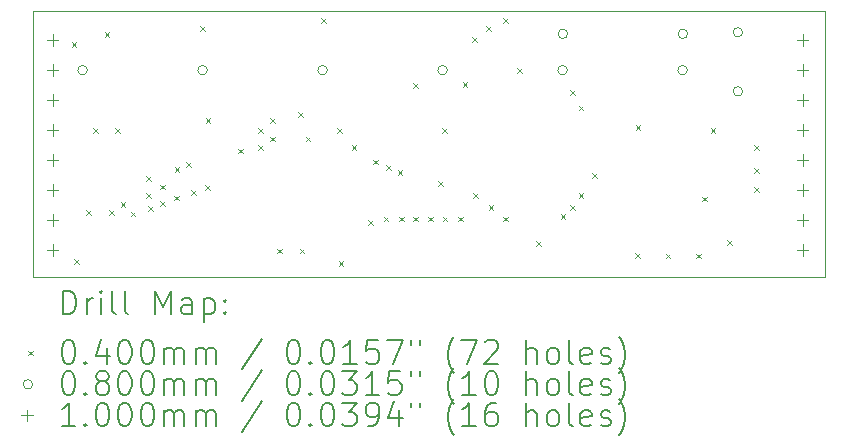
<source format=gbr>
%TF.GenerationSoftware,KiCad,Pcbnew,6.0.10-86aedd382b~118~ubuntu20.04.1*%
%TF.CreationDate,2022-12-28T18:14:15+00:00*%
%TF.ProjectId,slrm,736c726d-2e6b-4696-9361-645f70636258,rev?*%
%TF.SameCoordinates,Original*%
%TF.FileFunction,Drillmap*%
%TF.FilePolarity,Positive*%
%FSLAX45Y45*%
G04 Gerber Fmt 4.5, Leading zero omitted, Abs format (unit mm)*
G04 Created by KiCad (PCBNEW 6.0.10-86aedd382b~118~ubuntu20.04.1) date 2022-12-28 18:14:15*
%MOMM*%
%LPD*%
G01*
G04 APERTURE LIST*
%ADD10C,0.100000*%
%ADD11C,0.200000*%
%ADD12C,0.040000*%
%ADD13C,0.080000*%
G04 APERTURE END LIST*
D10*
X11773569Y-8392145D02*
X18478802Y-8392145D01*
X18478802Y-8392145D02*
X18478802Y-10640810D01*
X18478802Y-10640810D02*
X11773569Y-10640810D01*
X11773569Y-10640810D02*
X11773569Y-8392145D01*
D11*
D12*
X12099550Y-8650000D02*
X12139550Y-8690000D01*
X12139550Y-8650000D02*
X12099550Y-8690000D01*
X12120000Y-10490000D02*
X12160000Y-10530000D01*
X12160000Y-10490000D02*
X12120000Y-10530000D01*
X12220260Y-10077350D02*
X12260260Y-10117350D01*
X12260260Y-10077350D02*
X12220260Y-10117350D01*
X12280000Y-9378000D02*
X12320000Y-9418000D01*
X12320000Y-9378000D02*
X12280000Y-9418000D01*
X12380000Y-8570000D02*
X12420000Y-8610000D01*
X12420000Y-8570000D02*
X12380000Y-8610000D01*
X12418380Y-10077350D02*
X12458380Y-10117350D01*
X12458380Y-10077350D02*
X12418380Y-10117350D01*
X12470000Y-9378000D02*
X12510000Y-9418000D01*
X12510000Y-9378000D02*
X12470000Y-9418000D01*
X12514506Y-10004900D02*
X12554506Y-10044900D01*
X12554506Y-10004900D02*
X12514506Y-10044900D01*
X12600000Y-10087550D02*
X12640000Y-10127550D01*
X12640000Y-10087550D02*
X12600000Y-10127550D01*
X12728260Y-9787550D02*
X12768260Y-9827550D01*
X12768260Y-9787550D02*
X12728260Y-9827550D01*
X12730000Y-9932450D02*
X12770000Y-9972450D01*
X12770000Y-9932450D02*
X12730000Y-9972450D01*
X12750000Y-10042550D02*
X12790000Y-10082550D01*
X12790000Y-10042550D02*
X12750000Y-10082550D01*
X12850000Y-9860000D02*
X12890000Y-9900000D01*
X12890000Y-9860000D02*
X12850000Y-9900000D01*
X12850000Y-9997550D02*
X12890000Y-10037550D01*
X12890000Y-9997550D02*
X12850000Y-10037550D01*
X12970000Y-9952550D02*
X13010000Y-9992550D01*
X13010000Y-9952550D02*
X12970000Y-9992550D01*
X12972100Y-9712550D02*
X13012100Y-9752550D01*
X13012100Y-9712550D02*
X12972100Y-9752550D01*
X13068540Y-9667550D02*
X13108540Y-9707550D01*
X13108540Y-9667550D02*
X13068540Y-9707550D01*
X13110000Y-9907550D02*
X13150000Y-9947550D01*
X13150000Y-9907550D02*
X13110000Y-9947550D01*
X13190000Y-8517550D02*
X13230000Y-8557550D01*
X13230000Y-8517550D02*
X13190000Y-8557550D01*
X13230000Y-9862550D02*
X13270000Y-9902550D01*
X13270000Y-9862550D02*
X13230000Y-9902550D01*
X13233720Y-9294180D02*
X13273720Y-9334180D01*
X13273720Y-9294180D02*
X13233720Y-9334180D01*
X13512000Y-9555000D02*
X13552000Y-9595000D01*
X13552000Y-9555000D02*
X13512000Y-9595000D01*
X13680000Y-9378000D02*
X13720000Y-9418000D01*
X13720000Y-9378000D02*
X13680000Y-9418000D01*
X13680000Y-9525100D02*
X13720000Y-9565100D01*
X13720000Y-9525100D02*
X13680000Y-9565100D01*
X13780000Y-9299260D02*
X13820000Y-9339260D01*
X13820000Y-9299260D02*
X13780000Y-9339260D01*
X13780000Y-9452650D02*
X13820000Y-9492650D01*
X13820000Y-9452650D02*
X13780000Y-9492650D01*
X13838568Y-10400595D02*
X13878568Y-10440595D01*
X13878568Y-10400595D02*
X13838568Y-10440595D01*
X14015000Y-9245000D02*
X14055000Y-9285000D01*
X14055000Y-9245000D02*
X14015000Y-9285000D01*
X14030000Y-10400000D02*
X14070000Y-10440000D01*
X14070000Y-10400000D02*
X14030000Y-10440000D01*
X14080000Y-9452650D02*
X14120000Y-9492650D01*
X14120000Y-9452650D02*
X14080000Y-9492650D01*
X14210000Y-8447550D02*
X14250000Y-8487550D01*
X14250000Y-8447550D02*
X14210000Y-8487550D01*
X14350000Y-9380000D02*
X14390000Y-9420000D01*
X14390000Y-9380000D02*
X14350000Y-9420000D01*
X14360000Y-10510000D02*
X14400000Y-10550000D01*
X14400000Y-10510000D02*
X14360000Y-10550000D01*
X14470000Y-9525100D02*
X14510000Y-9565100D01*
X14510000Y-9525100D02*
X14470000Y-9565100D01*
X14610000Y-10160000D02*
X14650000Y-10200000D01*
X14650000Y-10160000D02*
X14610000Y-10200000D01*
X14651040Y-9647550D02*
X14691040Y-9687550D01*
X14691040Y-9647550D02*
X14651040Y-9687550D01*
X14740000Y-10130000D02*
X14780000Y-10170000D01*
X14780000Y-10130000D02*
X14740000Y-10170000D01*
X14761815Y-9692550D02*
X14801815Y-9732550D01*
X14801815Y-9692550D02*
X14761815Y-9732550D01*
X14860000Y-9737550D02*
X14900000Y-9777550D01*
X14900000Y-9737550D02*
X14860000Y-9777550D01*
X14870000Y-10130000D02*
X14910000Y-10170000D01*
X14910000Y-10130000D02*
X14870000Y-10170000D01*
X14990000Y-9000000D02*
X15030000Y-9040000D01*
X15030000Y-9000000D02*
X14990000Y-9040000D01*
X14990000Y-10130000D02*
X15030000Y-10170000D01*
X15030000Y-10130000D02*
X14990000Y-10170000D01*
X15120000Y-10130000D02*
X15160000Y-10170000D01*
X15160000Y-10130000D02*
X15120000Y-10170000D01*
X15200000Y-9830000D02*
X15240000Y-9870000D01*
X15240000Y-9830000D02*
X15200000Y-9870000D01*
X15236000Y-9380150D02*
X15276000Y-9420150D01*
X15276000Y-9380150D02*
X15236000Y-9420150D01*
X15240000Y-10130000D02*
X15280000Y-10170000D01*
X15280000Y-10130000D02*
X15240000Y-10170000D01*
X15370000Y-10130000D02*
X15410000Y-10170000D01*
X15410000Y-10130000D02*
X15370000Y-10170000D01*
X15410000Y-8990000D02*
X15450000Y-9030000D01*
X15450000Y-8990000D02*
X15410000Y-9030000D01*
X15490000Y-8610000D02*
X15530000Y-8650000D01*
X15530000Y-8610000D02*
X15490000Y-8650000D01*
X15500000Y-9930000D02*
X15540000Y-9970000D01*
X15540000Y-9930000D02*
X15500000Y-9970000D01*
X15610000Y-8520000D02*
X15650000Y-8560000D01*
X15650000Y-8520000D02*
X15610000Y-8560000D01*
X15630000Y-10030000D02*
X15670000Y-10070000D01*
X15670000Y-10030000D02*
X15630000Y-10070000D01*
X15750000Y-8450000D02*
X15790000Y-8490000D01*
X15790000Y-8450000D02*
X15750000Y-8490000D01*
X15750000Y-10130000D02*
X15790000Y-10170000D01*
X15790000Y-10130000D02*
X15750000Y-10170000D01*
X15870000Y-8870000D02*
X15910000Y-8910000D01*
X15910000Y-8870000D02*
X15870000Y-8910000D01*
X16030000Y-10340000D02*
X16070000Y-10380000D01*
X16070000Y-10340000D02*
X16030000Y-10380000D01*
X16240000Y-10110000D02*
X16280000Y-10150000D01*
X16280000Y-10110000D02*
X16240000Y-10150000D01*
X16320000Y-9060000D02*
X16360000Y-9100000D01*
X16360000Y-9060000D02*
X16320000Y-9100000D01*
X16320000Y-10030000D02*
X16360000Y-10070000D01*
X16360000Y-10030000D02*
X16320000Y-10070000D01*
X16392450Y-9190000D02*
X16432450Y-9230000D01*
X16432450Y-9190000D02*
X16392450Y-9230000D01*
X16392450Y-9930000D02*
X16432450Y-9970000D01*
X16432450Y-9930000D02*
X16392450Y-9970000D01*
X16504000Y-9762000D02*
X16544000Y-9802000D01*
X16544000Y-9762000D02*
X16504000Y-9802000D01*
X16873000Y-10440000D02*
X16913000Y-10480000D01*
X16913000Y-10440000D02*
X16873000Y-10480000D01*
X16874000Y-9358000D02*
X16914000Y-9398000D01*
X16914000Y-9358000D02*
X16874000Y-9398000D01*
X17128000Y-10443000D02*
X17168000Y-10483000D01*
X17168000Y-10443000D02*
X17128000Y-10483000D01*
X17384000Y-10443000D02*
X17424000Y-10483000D01*
X17424000Y-10443000D02*
X17384000Y-10483000D01*
X17440000Y-9960000D02*
X17480000Y-10000000D01*
X17480000Y-9960000D02*
X17440000Y-10000000D01*
X17510000Y-9380000D02*
X17550000Y-9420000D01*
X17550000Y-9380000D02*
X17510000Y-9420000D01*
X17650000Y-10330000D02*
X17690000Y-10370000D01*
X17690000Y-10330000D02*
X17650000Y-10370000D01*
X17880000Y-9525050D02*
X17920000Y-9565050D01*
X17920000Y-9525050D02*
X17880000Y-9565050D01*
X17880000Y-9720000D02*
X17920000Y-9760000D01*
X17920000Y-9720000D02*
X17880000Y-9760000D01*
X17880000Y-9880000D02*
X17920000Y-9920000D01*
X17920000Y-9880000D02*
X17880000Y-9920000D01*
D13*
X12232000Y-8890000D02*
G75*
G03*
X12232000Y-8890000I-40000J0D01*
G01*
X13248000Y-8890000D02*
G75*
G03*
X13248000Y-8890000I-40000J0D01*
G01*
X14264000Y-8890000D02*
G75*
G03*
X14264000Y-8890000I-40000J0D01*
G01*
X15280000Y-8890000D02*
G75*
G03*
X15280000Y-8890000I-40000J0D01*
G01*
X16296000Y-8890000D02*
G75*
G03*
X16296000Y-8890000I-40000J0D01*
G01*
X16298540Y-8582660D02*
G75*
G03*
X16298540Y-8582660I-40000J0D01*
G01*
X17312000Y-8890000D02*
G75*
G03*
X17312000Y-8890000I-40000J0D01*
G01*
X17314540Y-8582660D02*
G75*
G03*
X17314540Y-8582660I-40000J0D01*
G01*
X17780000Y-8569000D02*
G75*
G03*
X17780000Y-8569000I-40000J0D01*
G01*
X17780000Y-9069000D02*
G75*
G03*
X17780000Y-9069000I-40000J0D01*
G01*
D10*
X11938000Y-8586000D02*
X11938000Y-8686000D01*
X11888000Y-8636000D02*
X11988000Y-8636000D01*
X11938000Y-8840000D02*
X11938000Y-8940000D01*
X11888000Y-8890000D02*
X11988000Y-8890000D01*
X11938000Y-9094000D02*
X11938000Y-9194000D01*
X11888000Y-9144000D02*
X11988000Y-9144000D01*
X11938000Y-9348000D02*
X11938000Y-9448000D01*
X11888000Y-9398000D02*
X11988000Y-9398000D01*
X11938000Y-9602000D02*
X11938000Y-9702000D01*
X11888000Y-9652000D02*
X11988000Y-9652000D01*
X11938000Y-9856000D02*
X11938000Y-9956000D01*
X11888000Y-9906000D02*
X11988000Y-9906000D01*
X11938000Y-10110000D02*
X11938000Y-10210000D01*
X11888000Y-10160000D02*
X11988000Y-10160000D01*
X11938000Y-10364000D02*
X11938000Y-10464000D01*
X11888000Y-10414000D02*
X11988000Y-10414000D01*
X18288000Y-8586000D02*
X18288000Y-8686000D01*
X18238000Y-8636000D02*
X18338000Y-8636000D01*
X18288000Y-8840000D02*
X18288000Y-8940000D01*
X18238000Y-8890000D02*
X18338000Y-8890000D01*
X18288000Y-9094000D02*
X18288000Y-9194000D01*
X18238000Y-9144000D02*
X18338000Y-9144000D01*
X18288000Y-9348000D02*
X18288000Y-9448000D01*
X18238000Y-9398000D02*
X18338000Y-9398000D01*
X18288000Y-9602000D02*
X18288000Y-9702000D01*
X18238000Y-9652000D02*
X18338000Y-9652000D01*
X18288000Y-9856000D02*
X18288000Y-9956000D01*
X18238000Y-9906000D02*
X18338000Y-9906000D01*
X18288000Y-10110000D02*
X18288000Y-10210000D01*
X18238000Y-10160000D02*
X18338000Y-10160000D01*
X18288000Y-10364000D02*
X18288000Y-10464000D01*
X18238000Y-10414000D02*
X18338000Y-10414000D01*
D11*
X12026188Y-10956286D02*
X12026188Y-10756286D01*
X12073807Y-10756286D01*
X12102379Y-10765810D01*
X12121426Y-10784857D01*
X12130950Y-10803905D01*
X12140474Y-10842000D01*
X12140474Y-10870572D01*
X12130950Y-10908667D01*
X12121426Y-10927714D01*
X12102379Y-10946762D01*
X12073807Y-10956286D01*
X12026188Y-10956286D01*
X12226188Y-10956286D02*
X12226188Y-10822952D01*
X12226188Y-10861048D02*
X12235712Y-10842000D01*
X12245236Y-10832476D01*
X12264284Y-10822952D01*
X12283331Y-10822952D01*
X12349998Y-10956286D02*
X12349998Y-10822952D01*
X12349998Y-10756286D02*
X12340474Y-10765810D01*
X12349998Y-10775333D01*
X12359522Y-10765810D01*
X12349998Y-10756286D01*
X12349998Y-10775333D01*
X12473807Y-10956286D02*
X12454760Y-10946762D01*
X12445236Y-10927714D01*
X12445236Y-10756286D01*
X12578569Y-10956286D02*
X12559522Y-10946762D01*
X12549998Y-10927714D01*
X12549998Y-10756286D01*
X12807141Y-10956286D02*
X12807141Y-10756286D01*
X12873807Y-10899143D01*
X12940474Y-10756286D01*
X12940474Y-10956286D01*
X13121426Y-10956286D02*
X13121426Y-10851524D01*
X13111903Y-10832476D01*
X13092855Y-10822952D01*
X13054760Y-10822952D01*
X13035712Y-10832476D01*
X13121426Y-10946762D02*
X13102379Y-10956286D01*
X13054760Y-10956286D01*
X13035712Y-10946762D01*
X13026188Y-10927714D01*
X13026188Y-10908667D01*
X13035712Y-10889619D01*
X13054760Y-10880095D01*
X13102379Y-10880095D01*
X13121426Y-10870572D01*
X13216665Y-10822952D02*
X13216665Y-11022952D01*
X13216665Y-10832476D02*
X13235712Y-10822952D01*
X13273807Y-10822952D01*
X13292855Y-10832476D01*
X13302379Y-10842000D01*
X13311903Y-10861048D01*
X13311903Y-10918191D01*
X13302379Y-10937238D01*
X13292855Y-10946762D01*
X13273807Y-10956286D01*
X13235712Y-10956286D01*
X13216665Y-10946762D01*
X13397617Y-10937238D02*
X13407141Y-10946762D01*
X13397617Y-10956286D01*
X13388093Y-10946762D01*
X13397617Y-10937238D01*
X13397617Y-10956286D01*
X13397617Y-10832476D02*
X13407141Y-10842000D01*
X13397617Y-10851524D01*
X13388093Y-10842000D01*
X13397617Y-10832476D01*
X13397617Y-10851524D01*
D12*
X11728569Y-11265810D02*
X11768569Y-11305810D01*
X11768569Y-11265810D02*
X11728569Y-11305810D01*
D11*
X12064284Y-11176286D02*
X12083331Y-11176286D01*
X12102379Y-11185810D01*
X12111903Y-11195333D01*
X12121426Y-11214381D01*
X12130950Y-11252476D01*
X12130950Y-11300095D01*
X12121426Y-11338190D01*
X12111903Y-11357238D01*
X12102379Y-11366762D01*
X12083331Y-11376286D01*
X12064284Y-11376286D01*
X12045236Y-11366762D01*
X12035712Y-11357238D01*
X12026188Y-11338190D01*
X12016665Y-11300095D01*
X12016665Y-11252476D01*
X12026188Y-11214381D01*
X12035712Y-11195333D01*
X12045236Y-11185810D01*
X12064284Y-11176286D01*
X12216665Y-11357238D02*
X12226188Y-11366762D01*
X12216665Y-11376286D01*
X12207141Y-11366762D01*
X12216665Y-11357238D01*
X12216665Y-11376286D01*
X12397617Y-11242952D02*
X12397617Y-11376286D01*
X12349998Y-11166762D02*
X12302379Y-11309619D01*
X12426188Y-11309619D01*
X12540474Y-11176286D02*
X12559522Y-11176286D01*
X12578569Y-11185810D01*
X12588093Y-11195333D01*
X12597617Y-11214381D01*
X12607141Y-11252476D01*
X12607141Y-11300095D01*
X12597617Y-11338190D01*
X12588093Y-11357238D01*
X12578569Y-11366762D01*
X12559522Y-11376286D01*
X12540474Y-11376286D01*
X12521426Y-11366762D01*
X12511903Y-11357238D01*
X12502379Y-11338190D01*
X12492855Y-11300095D01*
X12492855Y-11252476D01*
X12502379Y-11214381D01*
X12511903Y-11195333D01*
X12521426Y-11185810D01*
X12540474Y-11176286D01*
X12730950Y-11176286D02*
X12749998Y-11176286D01*
X12769045Y-11185810D01*
X12778569Y-11195333D01*
X12788093Y-11214381D01*
X12797617Y-11252476D01*
X12797617Y-11300095D01*
X12788093Y-11338190D01*
X12778569Y-11357238D01*
X12769045Y-11366762D01*
X12749998Y-11376286D01*
X12730950Y-11376286D01*
X12711903Y-11366762D01*
X12702379Y-11357238D01*
X12692855Y-11338190D01*
X12683331Y-11300095D01*
X12683331Y-11252476D01*
X12692855Y-11214381D01*
X12702379Y-11195333D01*
X12711903Y-11185810D01*
X12730950Y-11176286D01*
X12883331Y-11376286D02*
X12883331Y-11242952D01*
X12883331Y-11262000D02*
X12892855Y-11252476D01*
X12911903Y-11242952D01*
X12940474Y-11242952D01*
X12959522Y-11252476D01*
X12969045Y-11271524D01*
X12969045Y-11376286D01*
X12969045Y-11271524D02*
X12978569Y-11252476D01*
X12997617Y-11242952D01*
X13026188Y-11242952D01*
X13045236Y-11252476D01*
X13054760Y-11271524D01*
X13054760Y-11376286D01*
X13149998Y-11376286D02*
X13149998Y-11242952D01*
X13149998Y-11262000D02*
X13159522Y-11252476D01*
X13178569Y-11242952D01*
X13207141Y-11242952D01*
X13226188Y-11252476D01*
X13235712Y-11271524D01*
X13235712Y-11376286D01*
X13235712Y-11271524D02*
X13245236Y-11252476D01*
X13264284Y-11242952D01*
X13292855Y-11242952D01*
X13311903Y-11252476D01*
X13321426Y-11271524D01*
X13321426Y-11376286D01*
X13711903Y-11166762D02*
X13540474Y-11423905D01*
X13969045Y-11176286D02*
X13988093Y-11176286D01*
X14007141Y-11185810D01*
X14016665Y-11195333D01*
X14026188Y-11214381D01*
X14035712Y-11252476D01*
X14035712Y-11300095D01*
X14026188Y-11338190D01*
X14016665Y-11357238D01*
X14007141Y-11366762D01*
X13988093Y-11376286D01*
X13969045Y-11376286D01*
X13949998Y-11366762D01*
X13940474Y-11357238D01*
X13930950Y-11338190D01*
X13921426Y-11300095D01*
X13921426Y-11252476D01*
X13930950Y-11214381D01*
X13940474Y-11195333D01*
X13949998Y-11185810D01*
X13969045Y-11176286D01*
X14121426Y-11357238D02*
X14130950Y-11366762D01*
X14121426Y-11376286D01*
X14111903Y-11366762D01*
X14121426Y-11357238D01*
X14121426Y-11376286D01*
X14254760Y-11176286D02*
X14273807Y-11176286D01*
X14292855Y-11185810D01*
X14302379Y-11195333D01*
X14311903Y-11214381D01*
X14321426Y-11252476D01*
X14321426Y-11300095D01*
X14311903Y-11338190D01*
X14302379Y-11357238D01*
X14292855Y-11366762D01*
X14273807Y-11376286D01*
X14254760Y-11376286D01*
X14235712Y-11366762D01*
X14226188Y-11357238D01*
X14216665Y-11338190D01*
X14207141Y-11300095D01*
X14207141Y-11252476D01*
X14216665Y-11214381D01*
X14226188Y-11195333D01*
X14235712Y-11185810D01*
X14254760Y-11176286D01*
X14511903Y-11376286D02*
X14397617Y-11376286D01*
X14454760Y-11376286D02*
X14454760Y-11176286D01*
X14435712Y-11204857D01*
X14416665Y-11223905D01*
X14397617Y-11233429D01*
X14692855Y-11176286D02*
X14597617Y-11176286D01*
X14588093Y-11271524D01*
X14597617Y-11262000D01*
X14616665Y-11252476D01*
X14664284Y-11252476D01*
X14683331Y-11262000D01*
X14692855Y-11271524D01*
X14702379Y-11290571D01*
X14702379Y-11338190D01*
X14692855Y-11357238D01*
X14683331Y-11366762D01*
X14664284Y-11376286D01*
X14616665Y-11376286D01*
X14597617Y-11366762D01*
X14588093Y-11357238D01*
X14769045Y-11176286D02*
X14902379Y-11176286D01*
X14816665Y-11376286D01*
X14969045Y-11176286D02*
X14969045Y-11214381D01*
X15045236Y-11176286D02*
X15045236Y-11214381D01*
X15340474Y-11452476D02*
X15330950Y-11442952D01*
X15311903Y-11414381D01*
X15302379Y-11395333D01*
X15292855Y-11366762D01*
X15283331Y-11319143D01*
X15283331Y-11281048D01*
X15292855Y-11233429D01*
X15302379Y-11204857D01*
X15311903Y-11185810D01*
X15330950Y-11157238D01*
X15340474Y-11147714D01*
X15397617Y-11176286D02*
X15530950Y-11176286D01*
X15445236Y-11376286D01*
X15597617Y-11195333D02*
X15607141Y-11185810D01*
X15626188Y-11176286D01*
X15673807Y-11176286D01*
X15692855Y-11185810D01*
X15702379Y-11195333D01*
X15711903Y-11214381D01*
X15711903Y-11233429D01*
X15702379Y-11262000D01*
X15588093Y-11376286D01*
X15711903Y-11376286D01*
X15949998Y-11376286D02*
X15949998Y-11176286D01*
X16035712Y-11376286D02*
X16035712Y-11271524D01*
X16026188Y-11252476D01*
X16007141Y-11242952D01*
X15978569Y-11242952D01*
X15959522Y-11252476D01*
X15949998Y-11262000D01*
X16159522Y-11376286D02*
X16140474Y-11366762D01*
X16130950Y-11357238D01*
X16121426Y-11338190D01*
X16121426Y-11281048D01*
X16130950Y-11262000D01*
X16140474Y-11252476D01*
X16159522Y-11242952D01*
X16188093Y-11242952D01*
X16207141Y-11252476D01*
X16216665Y-11262000D01*
X16226188Y-11281048D01*
X16226188Y-11338190D01*
X16216665Y-11357238D01*
X16207141Y-11366762D01*
X16188093Y-11376286D01*
X16159522Y-11376286D01*
X16340474Y-11376286D02*
X16321426Y-11366762D01*
X16311903Y-11347714D01*
X16311903Y-11176286D01*
X16492855Y-11366762D02*
X16473807Y-11376286D01*
X16435712Y-11376286D01*
X16416665Y-11366762D01*
X16407141Y-11347714D01*
X16407141Y-11271524D01*
X16416665Y-11252476D01*
X16435712Y-11242952D01*
X16473807Y-11242952D01*
X16492855Y-11252476D01*
X16502379Y-11271524D01*
X16502379Y-11290571D01*
X16407141Y-11309619D01*
X16578569Y-11366762D02*
X16597617Y-11376286D01*
X16635712Y-11376286D01*
X16654760Y-11366762D01*
X16664284Y-11347714D01*
X16664284Y-11338190D01*
X16654760Y-11319143D01*
X16635712Y-11309619D01*
X16607141Y-11309619D01*
X16588093Y-11300095D01*
X16578569Y-11281048D01*
X16578569Y-11271524D01*
X16588093Y-11252476D01*
X16607141Y-11242952D01*
X16635712Y-11242952D01*
X16654760Y-11252476D01*
X16730950Y-11452476D02*
X16740474Y-11442952D01*
X16759522Y-11414381D01*
X16769045Y-11395333D01*
X16778569Y-11366762D01*
X16788093Y-11319143D01*
X16788093Y-11281048D01*
X16778569Y-11233429D01*
X16769045Y-11204857D01*
X16759522Y-11185810D01*
X16740474Y-11157238D01*
X16730950Y-11147714D01*
D13*
X11768569Y-11549810D02*
G75*
G03*
X11768569Y-11549810I-40000J0D01*
G01*
D11*
X12064284Y-11440286D02*
X12083331Y-11440286D01*
X12102379Y-11449810D01*
X12111903Y-11459333D01*
X12121426Y-11478381D01*
X12130950Y-11516476D01*
X12130950Y-11564095D01*
X12121426Y-11602190D01*
X12111903Y-11621238D01*
X12102379Y-11630762D01*
X12083331Y-11640286D01*
X12064284Y-11640286D01*
X12045236Y-11630762D01*
X12035712Y-11621238D01*
X12026188Y-11602190D01*
X12016665Y-11564095D01*
X12016665Y-11516476D01*
X12026188Y-11478381D01*
X12035712Y-11459333D01*
X12045236Y-11449810D01*
X12064284Y-11440286D01*
X12216665Y-11621238D02*
X12226188Y-11630762D01*
X12216665Y-11640286D01*
X12207141Y-11630762D01*
X12216665Y-11621238D01*
X12216665Y-11640286D01*
X12340474Y-11526000D02*
X12321426Y-11516476D01*
X12311903Y-11506952D01*
X12302379Y-11487905D01*
X12302379Y-11478381D01*
X12311903Y-11459333D01*
X12321426Y-11449810D01*
X12340474Y-11440286D01*
X12378569Y-11440286D01*
X12397617Y-11449810D01*
X12407141Y-11459333D01*
X12416665Y-11478381D01*
X12416665Y-11487905D01*
X12407141Y-11506952D01*
X12397617Y-11516476D01*
X12378569Y-11526000D01*
X12340474Y-11526000D01*
X12321426Y-11535524D01*
X12311903Y-11545048D01*
X12302379Y-11564095D01*
X12302379Y-11602190D01*
X12311903Y-11621238D01*
X12321426Y-11630762D01*
X12340474Y-11640286D01*
X12378569Y-11640286D01*
X12397617Y-11630762D01*
X12407141Y-11621238D01*
X12416665Y-11602190D01*
X12416665Y-11564095D01*
X12407141Y-11545048D01*
X12397617Y-11535524D01*
X12378569Y-11526000D01*
X12540474Y-11440286D02*
X12559522Y-11440286D01*
X12578569Y-11449810D01*
X12588093Y-11459333D01*
X12597617Y-11478381D01*
X12607141Y-11516476D01*
X12607141Y-11564095D01*
X12597617Y-11602190D01*
X12588093Y-11621238D01*
X12578569Y-11630762D01*
X12559522Y-11640286D01*
X12540474Y-11640286D01*
X12521426Y-11630762D01*
X12511903Y-11621238D01*
X12502379Y-11602190D01*
X12492855Y-11564095D01*
X12492855Y-11516476D01*
X12502379Y-11478381D01*
X12511903Y-11459333D01*
X12521426Y-11449810D01*
X12540474Y-11440286D01*
X12730950Y-11440286D02*
X12749998Y-11440286D01*
X12769045Y-11449810D01*
X12778569Y-11459333D01*
X12788093Y-11478381D01*
X12797617Y-11516476D01*
X12797617Y-11564095D01*
X12788093Y-11602190D01*
X12778569Y-11621238D01*
X12769045Y-11630762D01*
X12749998Y-11640286D01*
X12730950Y-11640286D01*
X12711903Y-11630762D01*
X12702379Y-11621238D01*
X12692855Y-11602190D01*
X12683331Y-11564095D01*
X12683331Y-11516476D01*
X12692855Y-11478381D01*
X12702379Y-11459333D01*
X12711903Y-11449810D01*
X12730950Y-11440286D01*
X12883331Y-11640286D02*
X12883331Y-11506952D01*
X12883331Y-11526000D02*
X12892855Y-11516476D01*
X12911903Y-11506952D01*
X12940474Y-11506952D01*
X12959522Y-11516476D01*
X12969045Y-11535524D01*
X12969045Y-11640286D01*
X12969045Y-11535524D02*
X12978569Y-11516476D01*
X12997617Y-11506952D01*
X13026188Y-11506952D01*
X13045236Y-11516476D01*
X13054760Y-11535524D01*
X13054760Y-11640286D01*
X13149998Y-11640286D02*
X13149998Y-11506952D01*
X13149998Y-11526000D02*
X13159522Y-11516476D01*
X13178569Y-11506952D01*
X13207141Y-11506952D01*
X13226188Y-11516476D01*
X13235712Y-11535524D01*
X13235712Y-11640286D01*
X13235712Y-11535524D02*
X13245236Y-11516476D01*
X13264284Y-11506952D01*
X13292855Y-11506952D01*
X13311903Y-11516476D01*
X13321426Y-11535524D01*
X13321426Y-11640286D01*
X13711903Y-11430762D02*
X13540474Y-11687905D01*
X13969045Y-11440286D02*
X13988093Y-11440286D01*
X14007141Y-11449810D01*
X14016665Y-11459333D01*
X14026188Y-11478381D01*
X14035712Y-11516476D01*
X14035712Y-11564095D01*
X14026188Y-11602190D01*
X14016665Y-11621238D01*
X14007141Y-11630762D01*
X13988093Y-11640286D01*
X13969045Y-11640286D01*
X13949998Y-11630762D01*
X13940474Y-11621238D01*
X13930950Y-11602190D01*
X13921426Y-11564095D01*
X13921426Y-11516476D01*
X13930950Y-11478381D01*
X13940474Y-11459333D01*
X13949998Y-11449810D01*
X13969045Y-11440286D01*
X14121426Y-11621238D02*
X14130950Y-11630762D01*
X14121426Y-11640286D01*
X14111903Y-11630762D01*
X14121426Y-11621238D01*
X14121426Y-11640286D01*
X14254760Y-11440286D02*
X14273807Y-11440286D01*
X14292855Y-11449810D01*
X14302379Y-11459333D01*
X14311903Y-11478381D01*
X14321426Y-11516476D01*
X14321426Y-11564095D01*
X14311903Y-11602190D01*
X14302379Y-11621238D01*
X14292855Y-11630762D01*
X14273807Y-11640286D01*
X14254760Y-11640286D01*
X14235712Y-11630762D01*
X14226188Y-11621238D01*
X14216665Y-11602190D01*
X14207141Y-11564095D01*
X14207141Y-11516476D01*
X14216665Y-11478381D01*
X14226188Y-11459333D01*
X14235712Y-11449810D01*
X14254760Y-11440286D01*
X14388093Y-11440286D02*
X14511903Y-11440286D01*
X14445236Y-11516476D01*
X14473807Y-11516476D01*
X14492855Y-11526000D01*
X14502379Y-11535524D01*
X14511903Y-11554571D01*
X14511903Y-11602190D01*
X14502379Y-11621238D01*
X14492855Y-11630762D01*
X14473807Y-11640286D01*
X14416665Y-11640286D01*
X14397617Y-11630762D01*
X14388093Y-11621238D01*
X14702379Y-11640286D02*
X14588093Y-11640286D01*
X14645236Y-11640286D02*
X14645236Y-11440286D01*
X14626188Y-11468857D01*
X14607141Y-11487905D01*
X14588093Y-11497429D01*
X14883331Y-11440286D02*
X14788093Y-11440286D01*
X14778569Y-11535524D01*
X14788093Y-11526000D01*
X14807141Y-11516476D01*
X14854760Y-11516476D01*
X14873807Y-11526000D01*
X14883331Y-11535524D01*
X14892855Y-11554571D01*
X14892855Y-11602190D01*
X14883331Y-11621238D01*
X14873807Y-11630762D01*
X14854760Y-11640286D01*
X14807141Y-11640286D01*
X14788093Y-11630762D01*
X14778569Y-11621238D01*
X14969045Y-11440286D02*
X14969045Y-11478381D01*
X15045236Y-11440286D02*
X15045236Y-11478381D01*
X15340474Y-11716476D02*
X15330950Y-11706952D01*
X15311903Y-11678381D01*
X15302379Y-11659333D01*
X15292855Y-11630762D01*
X15283331Y-11583143D01*
X15283331Y-11545048D01*
X15292855Y-11497429D01*
X15302379Y-11468857D01*
X15311903Y-11449810D01*
X15330950Y-11421238D01*
X15340474Y-11411714D01*
X15521426Y-11640286D02*
X15407141Y-11640286D01*
X15464284Y-11640286D02*
X15464284Y-11440286D01*
X15445236Y-11468857D01*
X15426188Y-11487905D01*
X15407141Y-11497429D01*
X15645236Y-11440286D02*
X15664284Y-11440286D01*
X15683331Y-11449810D01*
X15692855Y-11459333D01*
X15702379Y-11478381D01*
X15711903Y-11516476D01*
X15711903Y-11564095D01*
X15702379Y-11602190D01*
X15692855Y-11621238D01*
X15683331Y-11630762D01*
X15664284Y-11640286D01*
X15645236Y-11640286D01*
X15626188Y-11630762D01*
X15616665Y-11621238D01*
X15607141Y-11602190D01*
X15597617Y-11564095D01*
X15597617Y-11516476D01*
X15607141Y-11478381D01*
X15616665Y-11459333D01*
X15626188Y-11449810D01*
X15645236Y-11440286D01*
X15949998Y-11640286D02*
X15949998Y-11440286D01*
X16035712Y-11640286D02*
X16035712Y-11535524D01*
X16026188Y-11516476D01*
X16007141Y-11506952D01*
X15978569Y-11506952D01*
X15959522Y-11516476D01*
X15949998Y-11526000D01*
X16159522Y-11640286D02*
X16140474Y-11630762D01*
X16130950Y-11621238D01*
X16121426Y-11602190D01*
X16121426Y-11545048D01*
X16130950Y-11526000D01*
X16140474Y-11516476D01*
X16159522Y-11506952D01*
X16188093Y-11506952D01*
X16207141Y-11516476D01*
X16216665Y-11526000D01*
X16226188Y-11545048D01*
X16226188Y-11602190D01*
X16216665Y-11621238D01*
X16207141Y-11630762D01*
X16188093Y-11640286D01*
X16159522Y-11640286D01*
X16340474Y-11640286D02*
X16321426Y-11630762D01*
X16311903Y-11611714D01*
X16311903Y-11440286D01*
X16492855Y-11630762D02*
X16473807Y-11640286D01*
X16435712Y-11640286D01*
X16416665Y-11630762D01*
X16407141Y-11611714D01*
X16407141Y-11535524D01*
X16416665Y-11516476D01*
X16435712Y-11506952D01*
X16473807Y-11506952D01*
X16492855Y-11516476D01*
X16502379Y-11535524D01*
X16502379Y-11554571D01*
X16407141Y-11573619D01*
X16578569Y-11630762D02*
X16597617Y-11640286D01*
X16635712Y-11640286D01*
X16654760Y-11630762D01*
X16664284Y-11611714D01*
X16664284Y-11602190D01*
X16654760Y-11583143D01*
X16635712Y-11573619D01*
X16607141Y-11573619D01*
X16588093Y-11564095D01*
X16578569Y-11545048D01*
X16578569Y-11535524D01*
X16588093Y-11516476D01*
X16607141Y-11506952D01*
X16635712Y-11506952D01*
X16654760Y-11516476D01*
X16730950Y-11716476D02*
X16740474Y-11706952D01*
X16759522Y-11678381D01*
X16769045Y-11659333D01*
X16778569Y-11630762D01*
X16788093Y-11583143D01*
X16788093Y-11545048D01*
X16778569Y-11497429D01*
X16769045Y-11468857D01*
X16759522Y-11449810D01*
X16740474Y-11421238D01*
X16730950Y-11411714D01*
D10*
X11718569Y-11763810D02*
X11718569Y-11863810D01*
X11668569Y-11813810D02*
X11768569Y-11813810D01*
D11*
X12130950Y-11904286D02*
X12016665Y-11904286D01*
X12073807Y-11904286D02*
X12073807Y-11704286D01*
X12054760Y-11732857D01*
X12035712Y-11751905D01*
X12016665Y-11761429D01*
X12216665Y-11885238D02*
X12226188Y-11894762D01*
X12216665Y-11904286D01*
X12207141Y-11894762D01*
X12216665Y-11885238D01*
X12216665Y-11904286D01*
X12349998Y-11704286D02*
X12369045Y-11704286D01*
X12388093Y-11713810D01*
X12397617Y-11723333D01*
X12407141Y-11742381D01*
X12416665Y-11780476D01*
X12416665Y-11828095D01*
X12407141Y-11866190D01*
X12397617Y-11885238D01*
X12388093Y-11894762D01*
X12369045Y-11904286D01*
X12349998Y-11904286D01*
X12330950Y-11894762D01*
X12321426Y-11885238D01*
X12311903Y-11866190D01*
X12302379Y-11828095D01*
X12302379Y-11780476D01*
X12311903Y-11742381D01*
X12321426Y-11723333D01*
X12330950Y-11713810D01*
X12349998Y-11704286D01*
X12540474Y-11704286D02*
X12559522Y-11704286D01*
X12578569Y-11713810D01*
X12588093Y-11723333D01*
X12597617Y-11742381D01*
X12607141Y-11780476D01*
X12607141Y-11828095D01*
X12597617Y-11866190D01*
X12588093Y-11885238D01*
X12578569Y-11894762D01*
X12559522Y-11904286D01*
X12540474Y-11904286D01*
X12521426Y-11894762D01*
X12511903Y-11885238D01*
X12502379Y-11866190D01*
X12492855Y-11828095D01*
X12492855Y-11780476D01*
X12502379Y-11742381D01*
X12511903Y-11723333D01*
X12521426Y-11713810D01*
X12540474Y-11704286D01*
X12730950Y-11704286D02*
X12749998Y-11704286D01*
X12769045Y-11713810D01*
X12778569Y-11723333D01*
X12788093Y-11742381D01*
X12797617Y-11780476D01*
X12797617Y-11828095D01*
X12788093Y-11866190D01*
X12778569Y-11885238D01*
X12769045Y-11894762D01*
X12749998Y-11904286D01*
X12730950Y-11904286D01*
X12711903Y-11894762D01*
X12702379Y-11885238D01*
X12692855Y-11866190D01*
X12683331Y-11828095D01*
X12683331Y-11780476D01*
X12692855Y-11742381D01*
X12702379Y-11723333D01*
X12711903Y-11713810D01*
X12730950Y-11704286D01*
X12883331Y-11904286D02*
X12883331Y-11770952D01*
X12883331Y-11790000D02*
X12892855Y-11780476D01*
X12911903Y-11770952D01*
X12940474Y-11770952D01*
X12959522Y-11780476D01*
X12969045Y-11799524D01*
X12969045Y-11904286D01*
X12969045Y-11799524D02*
X12978569Y-11780476D01*
X12997617Y-11770952D01*
X13026188Y-11770952D01*
X13045236Y-11780476D01*
X13054760Y-11799524D01*
X13054760Y-11904286D01*
X13149998Y-11904286D02*
X13149998Y-11770952D01*
X13149998Y-11790000D02*
X13159522Y-11780476D01*
X13178569Y-11770952D01*
X13207141Y-11770952D01*
X13226188Y-11780476D01*
X13235712Y-11799524D01*
X13235712Y-11904286D01*
X13235712Y-11799524D02*
X13245236Y-11780476D01*
X13264284Y-11770952D01*
X13292855Y-11770952D01*
X13311903Y-11780476D01*
X13321426Y-11799524D01*
X13321426Y-11904286D01*
X13711903Y-11694762D02*
X13540474Y-11951905D01*
X13969045Y-11704286D02*
X13988093Y-11704286D01*
X14007141Y-11713810D01*
X14016665Y-11723333D01*
X14026188Y-11742381D01*
X14035712Y-11780476D01*
X14035712Y-11828095D01*
X14026188Y-11866190D01*
X14016665Y-11885238D01*
X14007141Y-11894762D01*
X13988093Y-11904286D01*
X13969045Y-11904286D01*
X13949998Y-11894762D01*
X13940474Y-11885238D01*
X13930950Y-11866190D01*
X13921426Y-11828095D01*
X13921426Y-11780476D01*
X13930950Y-11742381D01*
X13940474Y-11723333D01*
X13949998Y-11713810D01*
X13969045Y-11704286D01*
X14121426Y-11885238D02*
X14130950Y-11894762D01*
X14121426Y-11904286D01*
X14111903Y-11894762D01*
X14121426Y-11885238D01*
X14121426Y-11904286D01*
X14254760Y-11704286D02*
X14273807Y-11704286D01*
X14292855Y-11713810D01*
X14302379Y-11723333D01*
X14311903Y-11742381D01*
X14321426Y-11780476D01*
X14321426Y-11828095D01*
X14311903Y-11866190D01*
X14302379Y-11885238D01*
X14292855Y-11894762D01*
X14273807Y-11904286D01*
X14254760Y-11904286D01*
X14235712Y-11894762D01*
X14226188Y-11885238D01*
X14216665Y-11866190D01*
X14207141Y-11828095D01*
X14207141Y-11780476D01*
X14216665Y-11742381D01*
X14226188Y-11723333D01*
X14235712Y-11713810D01*
X14254760Y-11704286D01*
X14388093Y-11704286D02*
X14511903Y-11704286D01*
X14445236Y-11780476D01*
X14473807Y-11780476D01*
X14492855Y-11790000D01*
X14502379Y-11799524D01*
X14511903Y-11818571D01*
X14511903Y-11866190D01*
X14502379Y-11885238D01*
X14492855Y-11894762D01*
X14473807Y-11904286D01*
X14416665Y-11904286D01*
X14397617Y-11894762D01*
X14388093Y-11885238D01*
X14607141Y-11904286D02*
X14645236Y-11904286D01*
X14664284Y-11894762D01*
X14673807Y-11885238D01*
X14692855Y-11856667D01*
X14702379Y-11818571D01*
X14702379Y-11742381D01*
X14692855Y-11723333D01*
X14683331Y-11713810D01*
X14664284Y-11704286D01*
X14626188Y-11704286D01*
X14607141Y-11713810D01*
X14597617Y-11723333D01*
X14588093Y-11742381D01*
X14588093Y-11790000D01*
X14597617Y-11809048D01*
X14607141Y-11818571D01*
X14626188Y-11828095D01*
X14664284Y-11828095D01*
X14683331Y-11818571D01*
X14692855Y-11809048D01*
X14702379Y-11790000D01*
X14873807Y-11770952D02*
X14873807Y-11904286D01*
X14826188Y-11694762D02*
X14778569Y-11837619D01*
X14902379Y-11837619D01*
X14969045Y-11704286D02*
X14969045Y-11742381D01*
X15045236Y-11704286D02*
X15045236Y-11742381D01*
X15340474Y-11980476D02*
X15330950Y-11970952D01*
X15311903Y-11942381D01*
X15302379Y-11923333D01*
X15292855Y-11894762D01*
X15283331Y-11847143D01*
X15283331Y-11809048D01*
X15292855Y-11761429D01*
X15302379Y-11732857D01*
X15311903Y-11713810D01*
X15330950Y-11685238D01*
X15340474Y-11675714D01*
X15521426Y-11904286D02*
X15407141Y-11904286D01*
X15464284Y-11904286D02*
X15464284Y-11704286D01*
X15445236Y-11732857D01*
X15426188Y-11751905D01*
X15407141Y-11761429D01*
X15692855Y-11704286D02*
X15654760Y-11704286D01*
X15635712Y-11713810D01*
X15626188Y-11723333D01*
X15607141Y-11751905D01*
X15597617Y-11790000D01*
X15597617Y-11866190D01*
X15607141Y-11885238D01*
X15616665Y-11894762D01*
X15635712Y-11904286D01*
X15673807Y-11904286D01*
X15692855Y-11894762D01*
X15702379Y-11885238D01*
X15711903Y-11866190D01*
X15711903Y-11818571D01*
X15702379Y-11799524D01*
X15692855Y-11790000D01*
X15673807Y-11780476D01*
X15635712Y-11780476D01*
X15616665Y-11790000D01*
X15607141Y-11799524D01*
X15597617Y-11818571D01*
X15949998Y-11904286D02*
X15949998Y-11704286D01*
X16035712Y-11904286D02*
X16035712Y-11799524D01*
X16026188Y-11780476D01*
X16007141Y-11770952D01*
X15978569Y-11770952D01*
X15959522Y-11780476D01*
X15949998Y-11790000D01*
X16159522Y-11904286D02*
X16140474Y-11894762D01*
X16130950Y-11885238D01*
X16121426Y-11866190D01*
X16121426Y-11809048D01*
X16130950Y-11790000D01*
X16140474Y-11780476D01*
X16159522Y-11770952D01*
X16188093Y-11770952D01*
X16207141Y-11780476D01*
X16216665Y-11790000D01*
X16226188Y-11809048D01*
X16226188Y-11866190D01*
X16216665Y-11885238D01*
X16207141Y-11894762D01*
X16188093Y-11904286D01*
X16159522Y-11904286D01*
X16340474Y-11904286D02*
X16321426Y-11894762D01*
X16311903Y-11875714D01*
X16311903Y-11704286D01*
X16492855Y-11894762D02*
X16473807Y-11904286D01*
X16435712Y-11904286D01*
X16416665Y-11894762D01*
X16407141Y-11875714D01*
X16407141Y-11799524D01*
X16416665Y-11780476D01*
X16435712Y-11770952D01*
X16473807Y-11770952D01*
X16492855Y-11780476D01*
X16502379Y-11799524D01*
X16502379Y-11818571D01*
X16407141Y-11837619D01*
X16578569Y-11894762D02*
X16597617Y-11904286D01*
X16635712Y-11904286D01*
X16654760Y-11894762D01*
X16664284Y-11875714D01*
X16664284Y-11866190D01*
X16654760Y-11847143D01*
X16635712Y-11837619D01*
X16607141Y-11837619D01*
X16588093Y-11828095D01*
X16578569Y-11809048D01*
X16578569Y-11799524D01*
X16588093Y-11780476D01*
X16607141Y-11770952D01*
X16635712Y-11770952D01*
X16654760Y-11780476D01*
X16730950Y-11980476D02*
X16740474Y-11970952D01*
X16759522Y-11942381D01*
X16769045Y-11923333D01*
X16778569Y-11894762D01*
X16788093Y-11847143D01*
X16788093Y-11809048D01*
X16778569Y-11761429D01*
X16769045Y-11732857D01*
X16759522Y-11713810D01*
X16740474Y-11685238D01*
X16730950Y-11675714D01*
M02*

</source>
